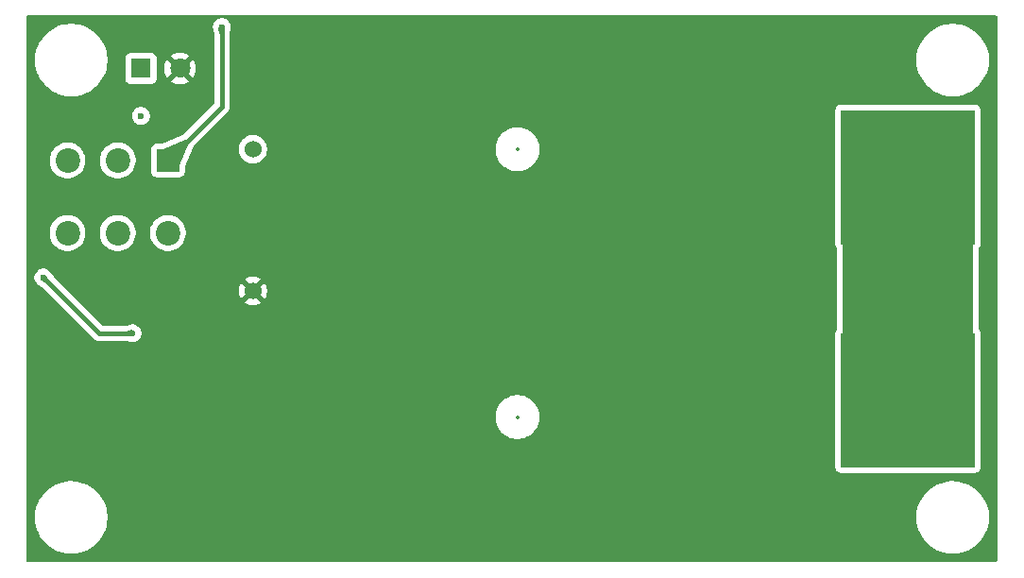
<source format=gbl>
%TF.GenerationSoftware,KiCad,Pcbnew,9.0.6-9.0.6~ubuntu24.04.1*%
%TF.CreationDate,2025-11-29T12:56:03-05:00*%
%TF.ProjectId,CardPCB,43617264-5043-4422-9e6b-696361645f70,rev?*%
%TF.SameCoordinates,Original*%
%TF.FileFunction,Copper,L2,Bot*%
%TF.FilePolarity,Positive*%
%FSLAX46Y46*%
G04 Gerber Fmt 4.6, Leading zero omitted, Abs format (unit mm)*
G04 Created by KiCad (PCBNEW 9.0.6-9.0.6~ubuntu24.04.1) date 2025-11-29 12:56:03*
%MOMM*%
%LPD*%
G01*
G04 APERTURE LIST*
%TA.AperFunction,Conductor*%
%ADD10C,0.200000*%
%TD*%
%TA.AperFunction,ComponentPad*%
%ADD11R,2.000000X2.000000*%
%TD*%
%TA.AperFunction,ComponentPad*%
%ADD12C,2.200000*%
%TD*%
%TA.AperFunction,ComponentPad*%
%ADD13R,12.000000X12.000000*%
%TD*%
%TA.AperFunction,ComponentPad*%
%ADD14R,1.800000X1.800000*%
%TD*%
%TA.AperFunction,ComponentPad*%
%ADD15C,1.800000*%
%TD*%
%TA.AperFunction,ComponentPad*%
%ADD16C,1.530000*%
%TD*%
%TA.AperFunction,ViaPad*%
%ADD17C,0.600000*%
%TD*%
%TA.AperFunction,Conductor*%
%ADD18C,0.400000*%
%TD*%
%ADD19C,0.300000*%
%ADD20C,0.350000*%
%ADD21C,0.100000*%
G04 APERTURE END LIST*
%TO.N,Net-(D6-PAD)*%
D10*
X177750000Y-78000000D02*
X189250000Y-78000000D01*
X189250000Y-86000000D01*
X177750000Y-86000000D01*
X177750000Y-78000000D01*
%TA.AperFunction,Conductor*%
G36*
X177750000Y-78000000D02*
G01*
X189250000Y-78000000D01*
X189250000Y-86000000D01*
X177750000Y-86000000D01*
X177750000Y-78000000D01*
G37*
%TD.AperFunction*%
%TD*%
D11*
%TO.P,SW1,1,A*%
%TO.N,Net-(Q2-D)*%
X117170000Y-70500000D03*
D12*
%TO.P,SW1,2,B*%
%TO.N,+BATT*%
X112670000Y-70500000D03*
%TO.P,SW1,3,C*%
%TO.N,unconnected-(SW1A-C-Pad3)*%
X108170000Y-70500000D03*
%TO.P,SW1,4,A*%
%TO.N,unconnected-(SW1B-A-Pad4)*%
X108170000Y-77000000D03*
%TO.P,SW1,5,B*%
%TO.N,unconnected-(SW1B-B-Pad5)*%
X112670000Y-77000000D03*
%TO.P,SW1,6,C*%
%TO.N,unconnected-(SW1B-C-Pad6)*%
X117170000Y-77000000D03*
%TD*%
D13*
%TO.P,H1,1,1*%
%TO.N,Net-(D6-PAD)*%
X183500000Y-72000000D03*
%TD*%
%TO.P,H2,1,1*%
%TO.N,Net-(D6-PAD)*%
X183500000Y-92000000D03*
%TD*%
D14*
%TO.P,BT2,1,+*%
%TO.N,+BATT*%
X114750000Y-62250000D03*
D15*
%TO.P,BT2,2,-*%
%TO.N,-BATT*%
X118250000Y-62250000D03*
%TD*%
D16*
%TO.P,BT1,1,+*%
%TO.N,+BATT*%
X124780000Y-69500000D03*
%TO.P,BT1,2,-*%
%TO.N,-BATT*%
X124780000Y-82200000D03*
%TD*%
D17*
%TO.N,+BATT*%
X114750000Y-66500000D03*
%TO.N,-BATT*%
X161750000Y-101500000D03*
X138500000Y-60750000D03*
X118500000Y-93900000D03*
X115080000Y-82200000D03*
X105500000Y-83000000D03*
%TO.N,Net-(Q2-D)*%
X122000000Y-58550000D03*
%TO.N,VCC*%
X106000000Y-81000000D03*
X114000000Y-86000000D03*
%TD*%
D18*
%TO.N,Net-(Q2-D)*%
X122000000Y-65670000D02*
X117170000Y-70500000D01*
X122000000Y-58550000D02*
X122000000Y-65670000D01*
%TO.N,VCC*%
X106000000Y-81000000D02*
X111000000Y-86000000D01*
X111000000Y-86000000D02*
X114000000Y-86000000D01*
%TD*%
%TA.AperFunction,Conductor*%
%TO.N,-BATT*%
G36*
X191442539Y-57520185D02*
G01*
X191488294Y-57572989D01*
X191499500Y-57624500D01*
X191499500Y-106375500D01*
X191479815Y-106442539D01*
X191427011Y-106488294D01*
X191375500Y-106499500D01*
X104624500Y-106499500D01*
X104557461Y-106479815D01*
X104511706Y-106427011D01*
X104500500Y-106375500D01*
X104500500Y-102340316D01*
X105249500Y-102340316D01*
X105249500Y-102659683D01*
X105280803Y-102977522D01*
X105343109Y-103290754D01*
X105435820Y-103596382D01*
X105558040Y-103891446D01*
X105558042Y-103891451D01*
X105708584Y-104173094D01*
X105708601Y-104173122D01*
X105886012Y-104438638D01*
X105886029Y-104438661D01*
X106088638Y-104685540D01*
X106314459Y-104911361D01*
X106314464Y-104911365D01*
X106314465Y-104911366D01*
X106561344Y-105113975D01*
X106561351Y-105113980D01*
X106561361Y-105113987D01*
X106826877Y-105291398D01*
X106826882Y-105291401D01*
X106826894Y-105291409D01*
X106826903Y-105291413D01*
X106826905Y-105291415D01*
X107108548Y-105441957D01*
X107108550Y-105441957D01*
X107108556Y-105441961D01*
X107403619Y-105564180D01*
X107709240Y-105656889D01*
X108022477Y-105719196D01*
X108340313Y-105750500D01*
X108340316Y-105750500D01*
X108659684Y-105750500D01*
X108659687Y-105750500D01*
X108977523Y-105719196D01*
X109290760Y-105656889D01*
X109596381Y-105564180D01*
X109891444Y-105441961D01*
X110173106Y-105291409D01*
X110438656Y-105113975D01*
X110685535Y-104911366D01*
X110911366Y-104685535D01*
X111113975Y-104438656D01*
X111291409Y-104173106D01*
X111441961Y-103891444D01*
X111564180Y-103596381D01*
X111656889Y-103290760D01*
X111719196Y-102977523D01*
X111750500Y-102659687D01*
X111750500Y-102340316D01*
X184249500Y-102340316D01*
X184249500Y-102659683D01*
X184280803Y-102977522D01*
X184343109Y-103290754D01*
X184435820Y-103596382D01*
X184558040Y-103891446D01*
X184558042Y-103891451D01*
X184708584Y-104173094D01*
X184708601Y-104173122D01*
X184886012Y-104438638D01*
X184886029Y-104438661D01*
X185088638Y-104685540D01*
X185314459Y-104911361D01*
X185314464Y-104911365D01*
X185314465Y-104911366D01*
X185561344Y-105113975D01*
X185561351Y-105113980D01*
X185561361Y-105113987D01*
X185826877Y-105291398D01*
X185826882Y-105291401D01*
X185826894Y-105291409D01*
X185826903Y-105291413D01*
X185826905Y-105291415D01*
X186108548Y-105441957D01*
X186108550Y-105441957D01*
X186108556Y-105441961D01*
X186403619Y-105564180D01*
X186709240Y-105656889D01*
X187022477Y-105719196D01*
X187340313Y-105750500D01*
X187340316Y-105750500D01*
X187659684Y-105750500D01*
X187659687Y-105750500D01*
X187977523Y-105719196D01*
X188290760Y-105656889D01*
X188596381Y-105564180D01*
X188891444Y-105441961D01*
X189173106Y-105291409D01*
X189438656Y-105113975D01*
X189685535Y-104911366D01*
X189911366Y-104685535D01*
X190113975Y-104438656D01*
X190291409Y-104173106D01*
X190441961Y-103891444D01*
X190564180Y-103596381D01*
X190656889Y-103290760D01*
X190719196Y-102977523D01*
X190750500Y-102659687D01*
X190750500Y-102340313D01*
X190719196Y-102022477D01*
X190656889Y-101709240D01*
X190564180Y-101403619D01*
X190441961Y-101108556D01*
X190392917Y-101016802D01*
X190291415Y-100826905D01*
X190291413Y-100826903D01*
X190291409Y-100826894D01*
X190291398Y-100826877D01*
X190113987Y-100561361D01*
X190113980Y-100561351D01*
X190113975Y-100561344D01*
X189911366Y-100314465D01*
X189911365Y-100314464D01*
X189911361Y-100314459D01*
X189685540Y-100088638D01*
X189438661Y-99886029D01*
X189438638Y-99886012D01*
X189173122Y-99708601D01*
X189173094Y-99708584D01*
X188891451Y-99558042D01*
X188891446Y-99558040D01*
X188596382Y-99435820D01*
X188290754Y-99343109D01*
X187977521Y-99280803D01*
X187977522Y-99280803D01*
X187738141Y-99257227D01*
X187659687Y-99249500D01*
X187340313Y-99249500D01*
X187267822Y-99256639D01*
X187022477Y-99280803D01*
X186709245Y-99343109D01*
X186403617Y-99435820D01*
X186108553Y-99558040D01*
X186108548Y-99558042D01*
X185826905Y-99708584D01*
X185826877Y-99708601D01*
X185561361Y-99886012D01*
X185561338Y-99886029D01*
X185314459Y-100088638D01*
X185088638Y-100314459D01*
X184886029Y-100561338D01*
X184886012Y-100561361D01*
X184708601Y-100826877D01*
X184708584Y-100826905D01*
X184558042Y-101108548D01*
X184558040Y-101108553D01*
X184435820Y-101403617D01*
X184343109Y-101709245D01*
X184280803Y-102022477D01*
X184249500Y-102340316D01*
X111750500Y-102340316D01*
X111750500Y-102340313D01*
X111719196Y-102022477D01*
X111656889Y-101709240D01*
X111564180Y-101403619D01*
X111441961Y-101108556D01*
X111392917Y-101016802D01*
X111291415Y-100826905D01*
X111291413Y-100826903D01*
X111291409Y-100826894D01*
X111291398Y-100826877D01*
X111113987Y-100561361D01*
X111113980Y-100561351D01*
X111113975Y-100561344D01*
X110911366Y-100314465D01*
X110911365Y-100314464D01*
X110911361Y-100314459D01*
X110685540Y-100088638D01*
X110438661Y-99886029D01*
X110438638Y-99886012D01*
X110173122Y-99708601D01*
X110173094Y-99708584D01*
X109891451Y-99558042D01*
X109891446Y-99558040D01*
X109596382Y-99435820D01*
X109290754Y-99343109D01*
X108977521Y-99280803D01*
X108977522Y-99280803D01*
X108738141Y-99257227D01*
X108659687Y-99249500D01*
X108340313Y-99249500D01*
X108267822Y-99256639D01*
X108022477Y-99280803D01*
X107709245Y-99343109D01*
X107403617Y-99435820D01*
X107108553Y-99558040D01*
X107108548Y-99558042D01*
X106826905Y-99708584D01*
X106826877Y-99708601D01*
X106561361Y-99886012D01*
X106561338Y-99886029D01*
X106314459Y-100088638D01*
X106088638Y-100314459D01*
X105886029Y-100561338D01*
X105886012Y-100561361D01*
X105708601Y-100826877D01*
X105708584Y-100826905D01*
X105558042Y-101108548D01*
X105558040Y-101108553D01*
X105435820Y-101403617D01*
X105343109Y-101709245D01*
X105280803Y-102022477D01*
X105249500Y-102340316D01*
X104500500Y-102340316D01*
X104500500Y-93370525D01*
X146524500Y-93370525D01*
X146524500Y-93629474D01*
X146524501Y-93629491D01*
X146558299Y-93886217D01*
X146558300Y-93886222D01*
X146558301Y-93886228D01*
X146558302Y-93886230D01*
X146625324Y-94136364D01*
X146724423Y-94375609D01*
X146724427Y-94375619D01*
X146853906Y-94599883D01*
X147011551Y-94805331D01*
X147011557Y-94805338D01*
X147194661Y-94988442D01*
X147194668Y-94988448D01*
X147400116Y-95146093D01*
X147624380Y-95275572D01*
X147624381Y-95275572D01*
X147624384Y-95275574D01*
X147863634Y-95374675D01*
X148113772Y-95441699D01*
X148370519Y-95475500D01*
X148370526Y-95475500D01*
X148629474Y-95475500D01*
X148629481Y-95475500D01*
X148886228Y-95441699D01*
X149136366Y-95374675D01*
X149375616Y-95275574D01*
X149599884Y-95146093D01*
X149805333Y-94988447D01*
X149988447Y-94805333D01*
X150146093Y-94599884D01*
X150275574Y-94375616D01*
X150374675Y-94136366D01*
X150441699Y-93886228D01*
X150475500Y-93629481D01*
X150475500Y-93370519D01*
X150441699Y-93113772D01*
X150374675Y-92863634D01*
X150275574Y-92624384D01*
X150146093Y-92400116D01*
X149988447Y-92194667D01*
X149988442Y-92194661D01*
X149805338Y-92011557D01*
X149805331Y-92011551D01*
X149599883Y-91853906D01*
X149375619Y-91724427D01*
X149375609Y-91724423D01*
X149136364Y-91625324D01*
X149011297Y-91591813D01*
X148886228Y-91558301D01*
X148886222Y-91558300D01*
X148886217Y-91558299D01*
X148629491Y-91524501D01*
X148629486Y-91524500D01*
X148629481Y-91524500D01*
X148370519Y-91524500D01*
X148370513Y-91524500D01*
X148370508Y-91524501D01*
X148113782Y-91558299D01*
X148113775Y-91558300D01*
X148113772Y-91558301D01*
X148060908Y-91572465D01*
X147863635Y-91625324D01*
X147624390Y-91724423D01*
X147624380Y-91724427D01*
X147400116Y-91853906D01*
X147194668Y-92011551D01*
X147194661Y-92011557D01*
X147011557Y-92194661D01*
X147011551Y-92194668D01*
X146853906Y-92400116D01*
X146724427Y-92624380D01*
X146724423Y-92624390D01*
X146625324Y-92863635D01*
X146558302Y-93113769D01*
X146558299Y-93113782D01*
X146524501Y-93370508D01*
X146524500Y-93370525D01*
X104500500Y-93370525D01*
X104500500Y-80921153D01*
X105199500Y-80921153D01*
X105199500Y-81078846D01*
X105230261Y-81233489D01*
X105230264Y-81233501D01*
X105290602Y-81379172D01*
X105290609Y-81379185D01*
X105378210Y-81510288D01*
X105378213Y-81510292D01*
X105489710Y-81621789D01*
X105521274Y-81642879D01*
X105537272Y-81655594D01*
X105549019Y-81666626D01*
X105552557Y-81669949D01*
X105967294Y-81960602D01*
X105983810Y-81974467D01*
X110553453Y-86544111D01*
X110553454Y-86544112D01*
X110668192Y-86620777D01*
X110795667Y-86673578D01*
X110795672Y-86673580D01*
X110795676Y-86673580D01*
X110795677Y-86673581D01*
X110931003Y-86700500D01*
X110931006Y-86700500D01*
X110931007Y-86700500D01*
X113322397Y-86700500D01*
X113343879Y-86702374D01*
X113842662Y-86790115D01*
X113842700Y-86790119D01*
X113842701Y-86790120D01*
X113889970Y-86796152D01*
X113889971Y-86796152D01*
X113889979Y-86796153D01*
X113889986Y-86796152D01*
X113890862Y-86796181D01*
X113911107Y-86798500D01*
X113921158Y-86800500D01*
X113921159Y-86800500D01*
X114078844Y-86800500D01*
X114078845Y-86800499D01*
X114233497Y-86769737D01*
X114379179Y-86709394D01*
X114510289Y-86621789D01*
X114621789Y-86510289D01*
X114709394Y-86379179D01*
X114769737Y-86233497D01*
X114800500Y-86078842D01*
X114800500Y-85921158D01*
X114800500Y-85921155D01*
X114800499Y-85921153D01*
X114769738Y-85766510D01*
X114769737Y-85766503D01*
X114766078Y-85757669D01*
X114709397Y-85620827D01*
X114709390Y-85620814D01*
X114621789Y-85489711D01*
X114621786Y-85489707D01*
X114510292Y-85378213D01*
X114510288Y-85378210D01*
X114379185Y-85290609D01*
X114379172Y-85290602D01*
X114233501Y-85230264D01*
X114233489Y-85230261D01*
X114078845Y-85199500D01*
X114078842Y-85199500D01*
X113921158Y-85199500D01*
X113921154Y-85199500D01*
X113883922Y-85206905D01*
X113863626Y-85209226D01*
X113842661Y-85209884D01*
X113343872Y-85297625D01*
X113322389Y-85299500D01*
X111341519Y-85299500D01*
X111274480Y-85279815D01*
X111253838Y-85263181D01*
X108091093Y-82100436D01*
X123515000Y-82100436D01*
X123515000Y-82299563D01*
X123546147Y-82496222D01*
X123607679Y-82685594D01*
X123698077Y-82863008D01*
X123725580Y-82900863D01*
X123725581Y-82900864D01*
X124288871Y-82337574D01*
X124304755Y-82396853D01*
X124371898Y-82513147D01*
X124466853Y-82608102D01*
X124583147Y-82675245D01*
X124642425Y-82691128D01*
X124079134Y-83254417D01*
X124116994Y-83281924D01*
X124294405Y-83372320D01*
X124483777Y-83433852D01*
X124680437Y-83465000D01*
X124879563Y-83465000D01*
X125076222Y-83433852D01*
X125265594Y-83372320D01*
X125443005Y-83281924D01*
X125480863Y-83254418D01*
X125480863Y-83254417D01*
X124917574Y-82691128D01*
X124976853Y-82675245D01*
X125093147Y-82608102D01*
X125188102Y-82513147D01*
X125255245Y-82396853D01*
X125271128Y-82337574D01*
X125834417Y-82900863D01*
X125834418Y-82900863D01*
X125861924Y-82863005D01*
X125952320Y-82685594D01*
X126013852Y-82496222D01*
X126045000Y-82299563D01*
X126045000Y-82100436D01*
X126013852Y-81903777D01*
X125952320Y-81714405D01*
X125861924Y-81536994D01*
X125834417Y-81499135D01*
X125834417Y-81499134D01*
X125271128Y-82062424D01*
X125255245Y-82003147D01*
X125188102Y-81886853D01*
X125093147Y-81791898D01*
X124976853Y-81724755D01*
X124917574Y-81708871D01*
X125480864Y-81145581D01*
X125480863Y-81145580D01*
X125443008Y-81118077D01*
X125265594Y-81027679D01*
X125076222Y-80966147D01*
X124879563Y-80935000D01*
X124680437Y-80935000D01*
X124483777Y-80966147D01*
X124294405Y-81027679D01*
X124116990Y-81118077D01*
X124079135Y-81145580D01*
X124079135Y-81145581D01*
X124642425Y-81708871D01*
X124583147Y-81724755D01*
X124466853Y-81791898D01*
X124371898Y-81886853D01*
X124304755Y-82003147D01*
X124288871Y-82062425D01*
X123725581Y-81499135D01*
X123725580Y-81499135D01*
X123698077Y-81536990D01*
X123607679Y-81714405D01*
X123546147Y-81903777D01*
X123515000Y-82100436D01*
X108091093Y-82100436D01*
X106974467Y-80983810D01*
X106960602Y-80967294D01*
X106669947Y-80552555D01*
X106640774Y-80514844D01*
X106640144Y-80514173D01*
X106627484Y-80498234D01*
X106621789Y-80489711D01*
X106510289Y-80378211D01*
X106510288Y-80378210D01*
X106510287Y-80378209D01*
X106379185Y-80290609D01*
X106379172Y-80290602D01*
X106233501Y-80230264D01*
X106233489Y-80230261D01*
X106078845Y-80199500D01*
X106078842Y-80199500D01*
X105921158Y-80199500D01*
X105921155Y-80199500D01*
X105766510Y-80230261D01*
X105766498Y-80230264D01*
X105620827Y-80290602D01*
X105620814Y-80290609D01*
X105489711Y-80378210D01*
X105489707Y-80378213D01*
X105378213Y-80489707D01*
X105378210Y-80489711D01*
X105290609Y-80620814D01*
X105290602Y-80620827D01*
X105230264Y-80766498D01*
X105230261Y-80766510D01*
X105199500Y-80921153D01*
X104500500Y-80921153D01*
X104500500Y-76874038D01*
X106569500Y-76874038D01*
X106569500Y-77125961D01*
X106608910Y-77374785D01*
X106686760Y-77614383D01*
X106801132Y-77838848D01*
X106949201Y-78042649D01*
X106949205Y-78042654D01*
X107127345Y-78220794D01*
X107127350Y-78220798D01*
X107283049Y-78333919D01*
X107331155Y-78368870D01*
X107474184Y-78441747D01*
X107555616Y-78483239D01*
X107555618Y-78483239D01*
X107555621Y-78483241D01*
X107795215Y-78561090D01*
X108044038Y-78600500D01*
X108044039Y-78600500D01*
X108295961Y-78600500D01*
X108295962Y-78600500D01*
X108544785Y-78561090D01*
X108784379Y-78483241D01*
X109008845Y-78368870D01*
X109212656Y-78220793D01*
X109390793Y-78042656D01*
X109538870Y-77838845D01*
X109653241Y-77614379D01*
X109731090Y-77374785D01*
X109770500Y-77125962D01*
X109770500Y-76874038D01*
X111069500Y-76874038D01*
X111069500Y-77125961D01*
X111108910Y-77374785D01*
X111186760Y-77614383D01*
X111301132Y-77838848D01*
X111449201Y-78042649D01*
X111449205Y-78042654D01*
X111627345Y-78220794D01*
X111627350Y-78220798D01*
X111783049Y-78333919D01*
X111831155Y-78368870D01*
X111974184Y-78441747D01*
X112055616Y-78483239D01*
X112055618Y-78483239D01*
X112055621Y-78483241D01*
X112295215Y-78561090D01*
X112544038Y-78600500D01*
X112544039Y-78600500D01*
X112795961Y-78600500D01*
X112795962Y-78600500D01*
X113044785Y-78561090D01*
X113284379Y-78483241D01*
X113508845Y-78368870D01*
X113712656Y-78220793D01*
X113890793Y-78042656D01*
X114038870Y-77838845D01*
X114153241Y-77614379D01*
X114231090Y-77374785D01*
X114270500Y-77125962D01*
X114270500Y-76874038D01*
X115569500Y-76874038D01*
X115569500Y-77125961D01*
X115608910Y-77374785D01*
X115686760Y-77614383D01*
X115801132Y-77838848D01*
X115949201Y-78042649D01*
X115949205Y-78042654D01*
X116127345Y-78220794D01*
X116127350Y-78220798D01*
X116283049Y-78333919D01*
X116331155Y-78368870D01*
X116474184Y-78441747D01*
X116555616Y-78483239D01*
X116555618Y-78483239D01*
X116555621Y-78483241D01*
X116795215Y-78561090D01*
X117044038Y-78600500D01*
X117044039Y-78600500D01*
X117295961Y-78600500D01*
X117295962Y-78600500D01*
X117544785Y-78561090D01*
X117784379Y-78483241D01*
X118008845Y-78368870D01*
X118212656Y-78220793D01*
X118390793Y-78042656D01*
X118538870Y-77838845D01*
X118653241Y-77614379D01*
X118731090Y-77374785D01*
X118770500Y-77125962D01*
X118770500Y-76874038D01*
X118731090Y-76625215D01*
X118653241Y-76385621D01*
X118653239Y-76385618D01*
X118653239Y-76385616D01*
X118611747Y-76304184D01*
X118538870Y-76161155D01*
X118519952Y-76135117D01*
X118390798Y-75957350D01*
X118390794Y-75957345D01*
X118212654Y-75779205D01*
X118212649Y-75779201D01*
X118008848Y-75631132D01*
X118008847Y-75631131D01*
X118008845Y-75631130D01*
X117938747Y-75595413D01*
X117784383Y-75516760D01*
X117544785Y-75438910D01*
X117295962Y-75399500D01*
X117044038Y-75399500D01*
X116919626Y-75419205D01*
X116795214Y-75438910D01*
X116555616Y-75516760D01*
X116331151Y-75631132D01*
X116127350Y-75779201D01*
X116127345Y-75779205D01*
X115949205Y-75957345D01*
X115949201Y-75957350D01*
X115801132Y-76161151D01*
X115686760Y-76385616D01*
X115608910Y-76625214D01*
X115569500Y-76874038D01*
X114270500Y-76874038D01*
X114231090Y-76625215D01*
X114153241Y-76385621D01*
X114153239Y-76385618D01*
X114153239Y-76385616D01*
X114111747Y-76304184D01*
X114038870Y-76161155D01*
X114019952Y-76135117D01*
X113890798Y-75957350D01*
X113890794Y-75957345D01*
X113712654Y-75779205D01*
X113712649Y-75779201D01*
X113508848Y-75631132D01*
X113508847Y-75631131D01*
X113508845Y-75631130D01*
X113438747Y-75595413D01*
X113284383Y-75516760D01*
X113044785Y-75438910D01*
X112795962Y-75399500D01*
X112544038Y-75399500D01*
X112419626Y-75419205D01*
X112295214Y-75438910D01*
X112055616Y-75516760D01*
X111831151Y-75631132D01*
X111627350Y-75779201D01*
X111627345Y-75779205D01*
X111449205Y-75957345D01*
X111449201Y-75957350D01*
X111301132Y-76161151D01*
X111186760Y-76385616D01*
X111108910Y-76625214D01*
X111069500Y-76874038D01*
X109770500Y-76874038D01*
X109731090Y-76625215D01*
X109653241Y-76385621D01*
X109653239Y-76385618D01*
X109653239Y-76385616D01*
X109611747Y-76304184D01*
X109538870Y-76161155D01*
X109519952Y-76135117D01*
X109390798Y-75957350D01*
X109390794Y-75957345D01*
X109212654Y-75779205D01*
X109212649Y-75779201D01*
X109008848Y-75631132D01*
X109008847Y-75631131D01*
X109008845Y-75631130D01*
X108938747Y-75595413D01*
X108784383Y-75516760D01*
X108544785Y-75438910D01*
X108295962Y-75399500D01*
X108044038Y-75399500D01*
X107919626Y-75419205D01*
X107795214Y-75438910D01*
X107555616Y-75516760D01*
X107331151Y-75631132D01*
X107127350Y-75779201D01*
X107127345Y-75779205D01*
X106949205Y-75957345D01*
X106949201Y-75957350D01*
X106801132Y-76161151D01*
X106686760Y-76385616D01*
X106608910Y-76625214D01*
X106569500Y-76874038D01*
X104500500Y-76874038D01*
X104500500Y-70374038D01*
X106569500Y-70374038D01*
X106569500Y-70625962D01*
X106597910Y-70805333D01*
X106608910Y-70874785D01*
X106686760Y-71114383D01*
X106801132Y-71338848D01*
X106949201Y-71542649D01*
X106949205Y-71542654D01*
X107127345Y-71720794D01*
X107127350Y-71720798D01*
X107305117Y-71849952D01*
X107331155Y-71868870D01*
X107474184Y-71941747D01*
X107555616Y-71983239D01*
X107555618Y-71983239D01*
X107555621Y-71983241D01*
X107795215Y-72061090D01*
X108044038Y-72100500D01*
X108044039Y-72100500D01*
X108295961Y-72100500D01*
X108295962Y-72100500D01*
X108544785Y-72061090D01*
X108784379Y-71983241D01*
X109008845Y-71868870D01*
X109212656Y-71720793D01*
X109390793Y-71542656D01*
X109538870Y-71338845D01*
X109653241Y-71114379D01*
X109731090Y-70874785D01*
X109770500Y-70625962D01*
X109770500Y-70374038D01*
X111069500Y-70374038D01*
X111069500Y-70625962D01*
X111097910Y-70805333D01*
X111108910Y-70874785D01*
X111186760Y-71114383D01*
X111301132Y-71338848D01*
X111449201Y-71542649D01*
X111449205Y-71542654D01*
X111627345Y-71720794D01*
X111627350Y-71720798D01*
X111805117Y-71849952D01*
X111831155Y-71868870D01*
X111974184Y-71941747D01*
X112055616Y-71983239D01*
X112055618Y-71983239D01*
X112055621Y-71983241D01*
X112295215Y-72061090D01*
X112544038Y-72100500D01*
X112544039Y-72100500D01*
X112795961Y-72100500D01*
X112795962Y-72100500D01*
X113044785Y-72061090D01*
X113284379Y-71983241D01*
X113508845Y-71868870D01*
X113712656Y-71720793D01*
X113890793Y-71542656D01*
X114038870Y-71338845D01*
X114153241Y-71114379D01*
X114231090Y-70874785D01*
X114270500Y-70625962D01*
X114270500Y-70374038D01*
X114231090Y-70125215D01*
X114153241Y-69885621D01*
X114153239Y-69885618D01*
X114153239Y-69885616D01*
X114107750Y-69796339D01*
X114038870Y-69661155D01*
X114015858Y-69629481D01*
X113937547Y-69521694D01*
X113937545Y-69521692D01*
X113890794Y-69457345D01*
X113885584Y-69452135D01*
X115669500Y-69452135D01*
X115669500Y-71547870D01*
X115669501Y-71547876D01*
X115675908Y-71607483D01*
X115726202Y-71742328D01*
X115726206Y-71742335D01*
X115812452Y-71857544D01*
X115812455Y-71857547D01*
X115927664Y-71943793D01*
X115927671Y-71943797D01*
X116062517Y-71994091D01*
X116062516Y-71994091D01*
X116069444Y-71994835D01*
X116122127Y-72000500D01*
X118217872Y-72000499D01*
X118277483Y-71994091D01*
X118412331Y-71943796D01*
X118527546Y-71857546D01*
X118613796Y-71742331D01*
X118664091Y-71607483D01*
X118670500Y-71547873D01*
X118670499Y-71055086D01*
X118680525Y-71006241D01*
X118688151Y-70988447D01*
X119368741Y-69400403D01*
X123514500Y-69400403D01*
X123514500Y-69599596D01*
X123545661Y-69796340D01*
X123545661Y-69796343D01*
X123607213Y-69985780D01*
X123678259Y-70125215D01*
X123697647Y-70163266D01*
X123814731Y-70324418D01*
X123955582Y-70465269D01*
X124116734Y-70582353D01*
X124151139Y-70599883D01*
X124294219Y-70672786D01*
X124483657Y-70734338D01*
X124483658Y-70734338D01*
X124483661Y-70734339D01*
X124680403Y-70765500D01*
X124680404Y-70765500D01*
X124879596Y-70765500D01*
X124879597Y-70765500D01*
X125076339Y-70734339D01*
X125076342Y-70734338D01*
X125076343Y-70734338D01*
X125265780Y-70672786D01*
X125265780Y-70672785D01*
X125265783Y-70672785D01*
X125443266Y-70582353D01*
X125604418Y-70465269D01*
X125745269Y-70324418D01*
X125862353Y-70163266D01*
X125952785Y-69985783D01*
X125985132Y-69886230D01*
X126014338Y-69796343D01*
X126014338Y-69796342D01*
X126014339Y-69796339D01*
X126045500Y-69599597D01*
X126045500Y-69400403D01*
X126040768Y-69370525D01*
X146524500Y-69370525D01*
X146524500Y-69629474D01*
X146524501Y-69629491D01*
X146558299Y-69886217D01*
X146558300Y-69886222D01*
X146558301Y-69886228D01*
X146558302Y-69886230D01*
X146625324Y-70136364D01*
X146724423Y-70375609D01*
X146724427Y-70375619D01*
X146853906Y-70599883D01*
X147011551Y-70805331D01*
X147011557Y-70805338D01*
X147194661Y-70988442D01*
X147194668Y-70988448D01*
X147400116Y-71146093D01*
X147624380Y-71275572D01*
X147624381Y-71275572D01*
X147624384Y-71275574D01*
X147863634Y-71374675D01*
X148113772Y-71441699D01*
X148370519Y-71475500D01*
X148370526Y-71475500D01*
X148629474Y-71475500D01*
X148629481Y-71475500D01*
X148886228Y-71441699D01*
X149136366Y-71374675D01*
X149375616Y-71275574D01*
X149599884Y-71146093D01*
X149805333Y-70988447D01*
X149988447Y-70805333D01*
X150146093Y-70599884D01*
X150275574Y-70375616D01*
X150374675Y-70136366D01*
X150441699Y-69886228D01*
X150475500Y-69629481D01*
X150475500Y-69370519D01*
X150441699Y-69113772D01*
X150374675Y-68863634D01*
X150275574Y-68624384D01*
X150146093Y-68400116D01*
X150090153Y-68327213D01*
X149988448Y-68194668D01*
X149988442Y-68194661D01*
X149805338Y-68011557D01*
X149805331Y-68011551D01*
X149599883Y-67853906D01*
X149375619Y-67724427D01*
X149375609Y-67724423D01*
X149136364Y-67625324D01*
X149011297Y-67591813D01*
X148886228Y-67558301D01*
X148886222Y-67558300D01*
X148886217Y-67558299D01*
X148629491Y-67524501D01*
X148629486Y-67524500D01*
X148629481Y-67524500D01*
X148370519Y-67524500D01*
X148370513Y-67524500D01*
X148370508Y-67524501D01*
X148113782Y-67558299D01*
X148113775Y-67558300D01*
X148113772Y-67558301D01*
X148060908Y-67572465D01*
X147863635Y-67625324D01*
X147624390Y-67724423D01*
X147624380Y-67724427D01*
X147400116Y-67853906D01*
X147194668Y-68011551D01*
X147194661Y-68011557D01*
X147011557Y-68194661D01*
X147011551Y-68194668D01*
X146853906Y-68400116D01*
X146724427Y-68624380D01*
X146724423Y-68624390D01*
X146625324Y-68863635D01*
X146558302Y-69113769D01*
X146558299Y-69113782D01*
X146524501Y-69370508D01*
X146524500Y-69370525D01*
X126040768Y-69370525D01*
X126014339Y-69203661D01*
X126014338Y-69203657D01*
X126014338Y-69203656D01*
X125952786Y-69014219D01*
X125894334Y-68899500D01*
X125862353Y-68836734D01*
X125745269Y-68675582D01*
X125604418Y-68534731D01*
X125443266Y-68417647D01*
X125265780Y-68327213D01*
X125076342Y-68265661D01*
X124928782Y-68242290D01*
X124879597Y-68234500D01*
X124680403Y-68234500D01*
X124614822Y-68244887D01*
X124483659Y-68265661D01*
X124483656Y-68265661D01*
X124294219Y-68327213D01*
X124116733Y-68417647D01*
X124024790Y-68484447D01*
X123955582Y-68534731D01*
X123955580Y-68534733D01*
X123955579Y-68534733D01*
X123814733Y-68675579D01*
X123814733Y-68675580D01*
X123814731Y-68675582D01*
X123764447Y-68744790D01*
X123697647Y-68836733D01*
X123607213Y-69014219D01*
X123545661Y-69203656D01*
X123545661Y-69203659D01*
X123514500Y-69400403D01*
X119368741Y-69400403D01*
X119440703Y-69232492D01*
X119466992Y-69193663D01*
X122544114Y-66116543D01*
X122620775Y-66001811D01*
X122641351Y-65952135D01*
X176999500Y-65952135D01*
X176999500Y-78047870D01*
X176999501Y-78047876D01*
X177005908Y-78107483D01*
X177056202Y-78242328D01*
X177056203Y-78242330D01*
X177124767Y-78333919D01*
X177149184Y-78399383D01*
X177149500Y-78408230D01*
X177149500Y-85591769D01*
X177129815Y-85658808D01*
X177124767Y-85666080D01*
X177056204Y-85757668D01*
X177056202Y-85757671D01*
X177005908Y-85892517D01*
X176999501Y-85952116D01*
X176999501Y-85952123D01*
X176999500Y-85952135D01*
X176999500Y-98047870D01*
X176999501Y-98047876D01*
X177005908Y-98107483D01*
X177056202Y-98242328D01*
X177056206Y-98242335D01*
X177142452Y-98357544D01*
X177142455Y-98357547D01*
X177257664Y-98443793D01*
X177257671Y-98443797D01*
X177392517Y-98494091D01*
X177392516Y-98494091D01*
X177399444Y-98494835D01*
X177452127Y-98500500D01*
X189547872Y-98500499D01*
X189607483Y-98494091D01*
X189742331Y-98443796D01*
X189857546Y-98357546D01*
X189943796Y-98242331D01*
X189994091Y-98107483D01*
X190000500Y-98047873D01*
X190000499Y-85952128D01*
X189994091Y-85892517D01*
X189947093Y-85766510D01*
X189943797Y-85757671D01*
X189943795Y-85757668D01*
X189875233Y-85666080D01*
X189850816Y-85600615D01*
X189850500Y-85591769D01*
X189850500Y-78408230D01*
X189870185Y-78341191D01*
X189875233Y-78333919D01*
X189943796Y-78242331D01*
X189994091Y-78107483D01*
X190000500Y-78047873D01*
X190000499Y-65952128D01*
X189994091Y-65892517D01*
X189988755Y-65878211D01*
X189943797Y-65757671D01*
X189943793Y-65757664D01*
X189857547Y-65642455D01*
X189857544Y-65642452D01*
X189742335Y-65556206D01*
X189742328Y-65556202D01*
X189607482Y-65505908D01*
X189607483Y-65505908D01*
X189547883Y-65499501D01*
X189547881Y-65499500D01*
X189547873Y-65499500D01*
X189547864Y-65499500D01*
X177452129Y-65499500D01*
X177452123Y-65499501D01*
X177392516Y-65505908D01*
X177257671Y-65556202D01*
X177257664Y-65556206D01*
X177142455Y-65642452D01*
X177142452Y-65642455D01*
X177056206Y-65757664D01*
X177056202Y-65757671D01*
X177005908Y-65892517D01*
X176999501Y-65952116D01*
X176999501Y-65952123D01*
X176999500Y-65952135D01*
X122641351Y-65952135D01*
X122673580Y-65874328D01*
X122690233Y-65790609D01*
X122700500Y-65738995D01*
X122700500Y-61340313D01*
X184249500Y-61340313D01*
X184249500Y-61352876D01*
X184249500Y-61659687D01*
X184259019Y-61756340D01*
X184280803Y-61977522D01*
X184343109Y-62290754D01*
X184435820Y-62596382D01*
X184558040Y-62891446D01*
X184558042Y-62891451D01*
X184708584Y-63173094D01*
X184708601Y-63173122D01*
X184886012Y-63438638D01*
X184886029Y-63438661D01*
X185088638Y-63685540D01*
X185314459Y-63911361D01*
X185314464Y-63911365D01*
X185314465Y-63911366D01*
X185561344Y-64113975D01*
X185561351Y-64113980D01*
X185561361Y-64113987D01*
X185826877Y-64291398D01*
X185826882Y-64291401D01*
X185826894Y-64291409D01*
X185826903Y-64291413D01*
X185826905Y-64291415D01*
X186108548Y-64441957D01*
X186108550Y-64441957D01*
X186108556Y-64441961D01*
X186403619Y-64564180D01*
X186709240Y-64656889D01*
X187022477Y-64719196D01*
X187340313Y-64750500D01*
X187340316Y-64750500D01*
X187659684Y-64750500D01*
X187659687Y-64750500D01*
X187977523Y-64719196D01*
X188290760Y-64656889D01*
X188596381Y-64564180D01*
X188891444Y-64441961D01*
X189173106Y-64291409D01*
X189438656Y-64113975D01*
X189685535Y-63911366D01*
X189911366Y-63685535D01*
X190113975Y-63438656D01*
X190291409Y-63173106D01*
X190441961Y-62891444D01*
X190564180Y-62596381D01*
X190656889Y-62290760D01*
X190719196Y-61977523D01*
X190750500Y-61659687D01*
X190750500Y-61340313D01*
X190719196Y-61022477D01*
X190656889Y-60709240D01*
X190564180Y-60403619D01*
X190441961Y-60108556D01*
X190392917Y-60016802D01*
X190291415Y-59826905D01*
X190291413Y-59826903D01*
X190291409Y-59826894D01*
X190291398Y-59826877D01*
X190113987Y-59561361D01*
X190113980Y-59561351D01*
X190113975Y-59561344D01*
X189911366Y-59314465D01*
X189911365Y-59314464D01*
X189911361Y-59314459D01*
X189685540Y-59088638D01*
X189438661Y-58886029D01*
X189438638Y-58886012D01*
X189173122Y-58708601D01*
X189173094Y-58708584D01*
X188891451Y-58558042D01*
X188891446Y-58558040D01*
X188596382Y-58435820D01*
X188290754Y-58343109D01*
X187977521Y-58280803D01*
X187977522Y-58280803D01*
X187738141Y-58257227D01*
X187659687Y-58249500D01*
X187340313Y-58249500D01*
X187267822Y-58256639D01*
X187022477Y-58280803D01*
X186709245Y-58343109D01*
X186403617Y-58435820D01*
X186108553Y-58558040D01*
X186108548Y-58558042D01*
X185826905Y-58708584D01*
X185826877Y-58708601D01*
X185561361Y-58886012D01*
X185561338Y-58886029D01*
X185314459Y-59088638D01*
X185088638Y-59314459D01*
X184886029Y-59561338D01*
X184886012Y-59561361D01*
X184708601Y-59826877D01*
X184708584Y-59826905D01*
X184558042Y-60108548D01*
X184558040Y-60108553D01*
X184435820Y-60403617D01*
X184343109Y-60709245D01*
X184280803Y-61022477D01*
X184272413Y-61107669D01*
X184249500Y-61340313D01*
X122700500Y-61340313D01*
X122700500Y-59227606D01*
X122702375Y-59206124D01*
X122703680Y-59198704D01*
X122790115Y-58707336D01*
X122796153Y-58660020D01*
X122796152Y-58660011D01*
X122796181Y-58659138D01*
X122798500Y-58638891D01*
X122800500Y-58628842D01*
X122800500Y-58471158D01*
X122800500Y-58471155D01*
X122800499Y-58471153D01*
X122793471Y-58435820D01*
X122769737Y-58316503D01*
X122741984Y-58249500D01*
X122709397Y-58170827D01*
X122709390Y-58170814D01*
X122621789Y-58039711D01*
X122621786Y-58039707D01*
X122510292Y-57928213D01*
X122510288Y-57928210D01*
X122379185Y-57840609D01*
X122379172Y-57840602D01*
X122233501Y-57780264D01*
X122233489Y-57780261D01*
X122078845Y-57749500D01*
X122078842Y-57749500D01*
X121921158Y-57749500D01*
X121921155Y-57749500D01*
X121766510Y-57780261D01*
X121766498Y-57780264D01*
X121620827Y-57840602D01*
X121620814Y-57840609D01*
X121489711Y-57928210D01*
X121489707Y-57928213D01*
X121378213Y-58039707D01*
X121378210Y-58039711D01*
X121290609Y-58170814D01*
X121290602Y-58170827D01*
X121230264Y-58316498D01*
X121230261Y-58316510D01*
X121199500Y-58471153D01*
X121199500Y-58628842D01*
X121206905Y-58666075D01*
X121209226Y-58686372D01*
X121209884Y-58707337D01*
X121297625Y-59206125D01*
X121299500Y-59227608D01*
X121299500Y-65328480D01*
X121279815Y-65395519D01*
X121263181Y-65416161D01*
X118476341Y-68203000D01*
X118437506Y-68229293D01*
X116663752Y-68989474D01*
X116614906Y-68999500D01*
X116122129Y-68999500D01*
X116122123Y-68999501D01*
X116062516Y-69005908D01*
X115927671Y-69056202D01*
X115927664Y-69056206D01*
X115812455Y-69142452D01*
X115812452Y-69142455D01*
X115726206Y-69257664D01*
X115726202Y-69257671D01*
X115675908Y-69392517D01*
X115669501Y-69452116D01*
X115669500Y-69452135D01*
X113885584Y-69452135D01*
X113712654Y-69279205D01*
X113712649Y-69279201D01*
X113508848Y-69131132D01*
X113508847Y-69131131D01*
X113508845Y-69131130D01*
X113438747Y-69095413D01*
X113284383Y-69016760D01*
X113044785Y-68938910D01*
X112795962Y-68899500D01*
X112544038Y-68899500D01*
X112419626Y-68919205D01*
X112295214Y-68938910D01*
X112055616Y-69016760D01*
X111831151Y-69131132D01*
X111627350Y-69279201D01*
X111627345Y-69279205D01*
X111449205Y-69457345D01*
X111449201Y-69457350D01*
X111301132Y-69661151D01*
X111186760Y-69885616D01*
X111154215Y-69985780D01*
X111108910Y-70125215D01*
X111069500Y-70374038D01*
X109770500Y-70374038D01*
X109731090Y-70125215D01*
X109653241Y-69885621D01*
X109653239Y-69885618D01*
X109653239Y-69885616D01*
X109607750Y-69796339D01*
X109538870Y-69661155D01*
X109437546Y-69521694D01*
X109390798Y-69457350D01*
X109390794Y-69457345D01*
X109212654Y-69279205D01*
X109212649Y-69279201D01*
X109008848Y-69131132D01*
X109008847Y-69131131D01*
X109008845Y-69131130D01*
X108938747Y-69095413D01*
X108784383Y-69016760D01*
X108544785Y-68938910D01*
X108295962Y-68899500D01*
X108044038Y-68899500D01*
X107919626Y-68919205D01*
X107795214Y-68938910D01*
X107555616Y-69016760D01*
X107331151Y-69131132D01*
X107127350Y-69279201D01*
X107127345Y-69279205D01*
X106949205Y-69457345D01*
X106949201Y-69457350D01*
X106801132Y-69661151D01*
X106686760Y-69885616D01*
X106654215Y-69985780D01*
X106608910Y-70125215D01*
X106569500Y-70374038D01*
X104500500Y-70374038D01*
X104500500Y-66421153D01*
X113949500Y-66421153D01*
X113949500Y-66578846D01*
X113980261Y-66733489D01*
X113980264Y-66733501D01*
X114040602Y-66879172D01*
X114040609Y-66879185D01*
X114128210Y-67010288D01*
X114128213Y-67010292D01*
X114239707Y-67121786D01*
X114239711Y-67121789D01*
X114370814Y-67209390D01*
X114370827Y-67209397D01*
X114516498Y-67269735D01*
X114516503Y-67269737D01*
X114671153Y-67300499D01*
X114671156Y-67300500D01*
X114671158Y-67300500D01*
X114828844Y-67300500D01*
X114828845Y-67300499D01*
X114983497Y-67269737D01*
X115129179Y-67209394D01*
X115260289Y-67121789D01*
X115371789Y-67010289D01*
X115459394Y-66879179D01*
X115519737Y-66733497D01*
X115550500Y-66578842D01*
X115550500Y-66421158D01*
X115550500Y-66421155D01*
X115550499Y-66421153D01*
X115519738Y-66266510D01*
X115519737Y-66266503D01*
X115519735Y-66266498D01*
X115459397Y-66120827D01*
X115459390Y-66120814D01*
X115371789Y-65989711D01*
X115371786Y-65989707D01*
X115260292Y-65878213D01*
X115260288Y-65878210D01*
X115129185Y-65790609D01*
X115129172Y-65790602D01*
X114983501Y-65730264D01*
X114983489Y-65730261D01*
X114828845Y-65699500D01*
X114828842Y-65699500D01*
X114671158Y-65699500D01*
X114671155Y-65699500D01*
X114516510Y-65730261D01*
X114516498Y-65730264D01*
X114370827Y-65790602D01*
X114370814Y-65790609D01*
X114239711Y-65878210D01*
X114239707Y-65878213D01*
X114128213Y-65989707D01*
X114128210Y-65989711D01*
X114040609Y-66120814D01*
X114040602Y-66120827D01*
X113980264Y-66266498D01*
X113980261Y-66266510D01*
X113949500Y-66421153D01*
X104500500Y-66421153D01*
X104500500Y-61340313D01*
X105249500Y-61340313D01*
X105249500Y-61352876D01*
X105249500Y-61659687D01*
X105259019Y-61756340D01*
X105280803Y-61977522D01*
X105343109Y-62290754D01*
X105435820Y-62596382D01*
X105558040Y-62891446D01*
X105558042Y-62891451D01*
X105708584Y-63173094D01*
X105708601Y-63173122D01*
X105886012Y-63438638D01*
X105886029Y-63438661D01*
X106088638Y-63685540D01*
X106314459Y-63911361D01*
X106314464Y-63911365D01*
X106314465Y-63911366D01*
X106561344Y-64113975D01*
X106561351Y-64113980D01*
X106561361Y-64113987D01*
X106826877Y-64291398D01*
X106826882Y-64291401D01*
X106826894Y-64291409D01*
X106826903Y-64291413D01*
X106826905Y-64291415D01*
X107108548Y-64441957D01*
X107108550Y-64441957D01*
X107108556Y-64441961D01*
X107403619Y-64564180D01*
X107709240Y-64656889D01*
X108022477Y-64719196D01*
X108340313Y-64750500D01*
X108340316Y-64750500D01*
X108659684Y-64750500D01*
X108659687Y-64750500D01*
X108977523Y-64719196D01*
X109290760Y-64656889D01*
X109596381Y-64564180D01*
X109891444Y-64441961D01*
X110173106Y-64291409D01*
X110438656Y-64113975D01*
X110685535Y-63911366D01*
X110911366Y-63685535D01*
X111113975Y-63438656D01*
X111291409Y-63173106D01*
X111441961Y-62891444D01*
X111564180Y-62596381D01*
X111656889Y-62290760D01*
X111719196Y-61977523D01*
X111750500Y-61659687D01*
X111750500Y-61340313D01*
X111746740Y-61302135D01*
X113349500Y-61302135D01*
X113349500Y-63197870D01*
X113349501Y-63197876D01*
X113355908Y-63257483D01*
X113406202Y-63392328D01*
X113406206Y-63392335D01*
X113492452Y-63507544D01*
X113492455Y-63507547D01*
X113607664Y-63593793D01*
X113607671Y-63593797D01*
X113742517Y-63644091D01*
X113742516Y-63644091D01*
X113749444Y-63644835D01*
X113802127Y-63650500D01*
X115697872Y-63650499D01*
X115757483Y-63644091D01*
X115892331Y-63593796D01*
X116007546Y-63507546D01*
X116093796Y-63392331D01*
X116144091Y-63257483D01*
X116150500Y-63197873D01*
X116150499Y-62139818D01*
X116850000Y-62139818D01*
X116850000Y-62360181D01*
X116884473Y-62577835D01*
X116952567Y-62787410D01*
X117052611Y-62983756D01*
X117098932Y-63047513D01*
X117685387Y-62461058D01*
X117690889Y-62481591D01*
X117769881Y-62618408D01*
X117881592Y-62730119D01*
X118018409Y-62809111D01*
X118038939Y-62814612D01*
X117452485Y-63401065D01*
X117452485Y-63401066D01*
X117516243Y-63447388D01*
X117712589Y-63547432D01*
X117922164Y-63615526D01*
X118139819Y-63650000D01*
X118360181Y-63650000D01*
X118577835Y-63615526D01*
X118787410Y-63547432D01*
X118983760Y-63447386D01*
X119047513Y-63401066D01*
X119047514Y-63401066D01*
X118461059Y-62814612D01*
X118481591Y-62809111D01*
X118618408Y-62730119D01*
X118730119Y-62618408D01*
X118809111Y-62481591D01*
X118814612Y-62461060D01*
X119401066Y-63047514D01*
X119401066Y-63047513D01*
X119447386Y-62983760D01*
X119547432Y-62787410D01*
X119615526Y-62577835D01*
X119650000Y-62360181D01*
X119650000Y-62139818D01*
X119615526Y-61922164D01*
X119547432Y-61712589D01*
X119447388Y-61516243D01*
X119401066Y-61452485D01*
X119401065Y-61452485D01*
X118814612Y-62038939D01*
X118809111Y-62018409D01*
X118730119Y-61881592D01*
X118618408Y-61769881D01*
X118481591Y-61690889D01*
X118461057Y-61685387D01*
X119047513Y-61098932D01*
X118983756Y-61052611D01*
X118787410Y-60952567D01*
X118577835Y-60884473D01*
X118360181Y-60850000D01*
X118139819Y-60850000D01*
X117922164Y-60884473D01*
X117712589Y-60952567D01*
X117516233Y-61052616D01*
X117452485Y-61098931D01*
X117452485Y-61098932D01*
X118038940Y-61685387D01*
X118018409Y-61690889D01*
X117881592Y-61769881D01*
X117769881Y-61881592D01*
X117690889Y-62018409D01*
X117685387Y-62038940D01*
X117098932Y-61452485D01*
X117098931Y-61452485D01*
X117052616Y-61516233D01*
X116952567Y-61712589D01*
X116884473Y-61922164D01*
X116850000Y-62139818D01*
X116150499Y-62139818D01*
X116150499Y-61302128D01*
X116144091Y-61242517D01*
X116093796Y-61107669D01*
X116093795Y-61107668D01*
X116093793Y-61107664D01*
X116007547Y-60992455D01*
X116007544Y-60992452D01*
X115892335Y-60906206D01*
X115892328Y-60906202D01*
X115757482Y-60855908D01*
X115757483Y-60855908D01*
X115697883Y-60849501D01*
X115697881Y-60849500D01*
X115697873Y-60849500D01*
X115697864Y-60849500D01*
X113802129Y-60849500D01*
X113802123Y-60849501D01*
X113742516Y-60855908D01*
X113607671Y-60906202D01*
X113607664Y-60906206D01*
X113492455Y-60992452D01*
X113492452Y-60992455D01*
X113406206Y-61107664D01*
X113406202Y-61107671D01*
X113355908Y-61242517D01*
X113349501Y-61302116D01*
X113349501Y-61302123D01*
X113349500Y-61302135D01*
X111746740Y-61302135D01*
X111719196Y-61022477D01*
X111656889Y-60709240D01*
X111564180Y-60403619D01*
X111441961Y-60108556D01*
X111392917Y-60016802D01*
X111291415Y-59826905D01*
X111291413Y-59826903D01*
X111291409Y-59826894D01*
X111291398Y-59826877D01*
X111113987Y-59561361D01*
X111113980Y-59561351D01*
X111113975Y-59561344D01*
X110911366Y-59314465D01*
X110911365Y-59314464D01*
X110911361Y-59314459D01*
X110685540Y-59088638D01*
X110438661Y-58886029D01*
X110438638Y-58886012D01*
X110173122Y-58708601D01*
X110173094Y-58708584D01*
X109891451Y-58558042D01*
X109891446Y-58558040D01*
X109596382Y-58435820D01*
X109290754Y-58343109D01*
X108977521Y-58280803D01*
X108977522Y-58280803D01*
X108738141Y-58257227D01*
X108659687Y-58249500D01*
X108340313Y-58249500D01*
X108267822Y-58256639D01*
X108022477Y-58280803D01*
X107709245Y-58343109D01*
X107403617Y-58435820D01*
X107108553Y-58558040D01*
X107108548Y-58558042D01*
X106826905Y-58708584D01*
X106826877Y-58708601D01*
X106561361Y-58886012D01*
X106561338Y-58886029D01*
X106314459Y-59088638D01*
X106088638Y-59314459D01*
X105886029Y-59561338D01*
X105886012Y-59561361D01*
X105708601Y-59826877D01*
X105708584Y-59826905D01*
X105558042Y-60108548D01*
X105558040Y-60108553D01*
X105435820Y-60403617D01*
X105343109Y-60709245D01*
X105280803Y-61022477D01*
X105272413Y-61107669D01*
X105249500Y-61340313D01*
X104500500Y-61340313D01*
X104500500Y-57624500D01*
X104520185Y-57557461D01*
X104572989Y-57511706D01*
X104624500Y-57500500D01*
X191375500Y-57500500D01*
X191442539Y-57520185D01*
G37*
%TD.AperFunction*%
%TD*%
%TA.AperFunction,Conductor*%
%TO.N,Net-(Q2-D)*%
G36*
X118741286Y-68657073D02*
G01*
X119012926Y-68928713D01*
X119016353Y-68936986D01*
X119015407Y-68941595D01*
X118174548Y-70903599D01*
X118168139Y-70909853D01*
X118159326Y-70909803D01*
X117173782Y-70502562D01*
X117167446Y-70496238D01*
X116760196Y-69510672D01*
X116760203Y-69501718D01*
X116766400Y-69495451D01*
X118728405Y-68654591D01*
X118737358Y-68654483D01*
X118741286Y-68657073D01*
G37*
%TD.AperFunction*%
%TD*%
%TA.AperFunction,Conductor*%
%TO.N,Net-(Q2-D)*%
G36*
X122283056Y-58606265D02*
G01*
X122290485Y-58611265D01*
X122292259Y-58619760D01*
X122201702Y-59134563D01*
X122196894Y-59142117D01*
X122190179Y-59144236D01*
X121809821Y-59144236D01*
X121801548Y-59140809D01*
X121798298Y-59134563D01*
X121707740Y-58619760D01*
X121709682Y-58611018D01*
X121716942Y-58606265D01*
X121997682Y-58549469D01*
X122002318Y-58549469D01*
X122283056Y-58606265D01*
G37*
%TD.AperFunction*%
%TD*%
%TA.AperFunction,Conductor*%
%TO.N,VCC*%
G36*
X106255985Y-80842667D02*
G01*
X106545644Y-81255986D01*
X106555972Y-81270722D01*
X106557914Y-81279464D01*
X106554664Y-81285710D01*
X106285710Y-81554664D01*
X106277437Y-81558091D01*
X106270722Y-81555972D01*
X105842668Y-81255986D01*
X105837860Y-81248432D01*
X105839633Y-81239938D01*
X105997985Y-81001263D01*
X106001263Y-80997985D01*
X106239938Y-80839633D01*
X106248725Y-80837915D01*
X106255985Y-80842667D01*
G37*
%TD.AperFunction*%
%TD*%
%TA.AperFunction,Conductor*%
%TO.N,VCC*%
G36*
X113938981Y-85709682D02*
G01*
X113943734Y-85716943D01*
X114000530Y-85997680D01*
X114000530Y-86002320D01*
X113943734Y-86283056D01*
X113938734Y-86290485D01*
X113930239Y-86292259D01*
X113415437Y-86201701D01*
X113407883Y-86196893D01*
X113405764Y-86190178D01*
X113405764Y-85809821D01*
X113409191Y-85801548D01*
X113415435Y-85798298D01*
X113930239Y-85707740D01*
X113938981Y-85709682D01*
G37*
%TD.AperFunction*%
%TD*%
D19*
X114750000Y-66500000D03*
X161750000Y-101500000D03*
X138500000Y-60750000D03*
X118500000Y-93900000D03*
X115080000Y-82200000D03*
X105500000Y-83000000D03*
X122000000Y-58550000D03*
X106000000Y-81000000D03*
X114000000Y-86000000D03*
D20*
X117170000Y-70500000D03*
X112670000Y-70500000D03*
X108170000Y-70500000D03*
X108170000Y-77000000D03*
X112670000Y-77000000D03*
X117170000Y-77000000D03*
D21*
X183500000Y-72000000D03*
X183500000Y-92000000D03*
D20*
X114750000Y-62250000D03*
X118250000Y-62250000D03*
X148500000Y-93500000D03*
X148500000Y-69500000D03*
X124780000Y-69500000D03*
X124780000Y-82200000D03*
M02*

</source>
